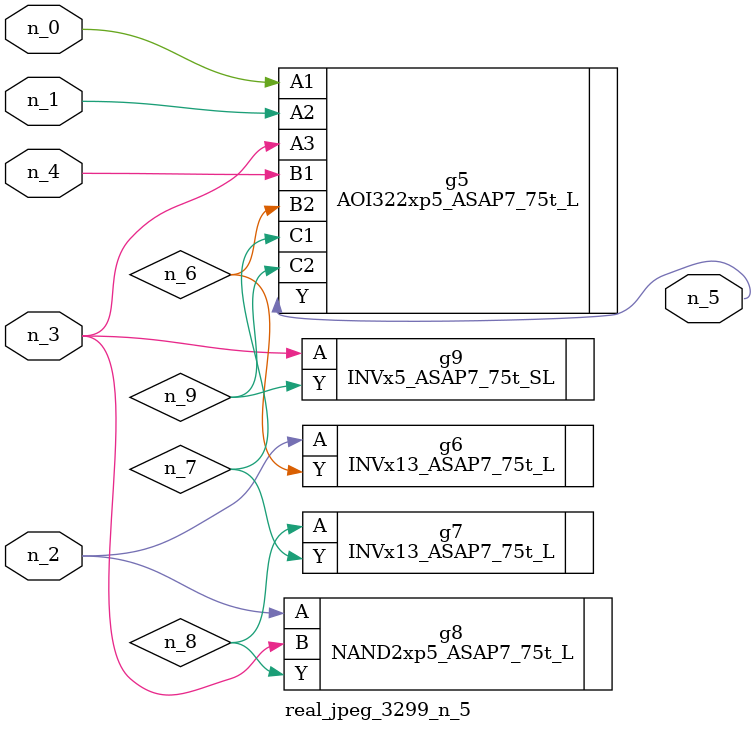
<source format=v>
module real_jpeg_3299_n_5 (n_4, n_0, n_1, n_2, n_3, n_5);

input n_4;
input n_0;
input n_1;
input n_2;
input n_3;

output n_5;

wire n_8;
wire n_6;
wire n_7;
wire n_9;

AOI322xp5_ASAP7_75t_L g5 ( 
.A1(n_0),
.A2(n_1),
.A3(n_3),
.B1(n_4),
.B2(n_6),
.C1(n_7),
.C2(n_9),
.Y(n_5)
);

INVx13_ASAP7_75t_L g6 ( 
.A(n_2),
.Y(n_6)
);

NAND2xp5_ASAP7_75t_L g8 ( 
.A(n_2),
.B(n_3),
.Y(n_8)
);

INVx5_ASAP7_75t_SL g9 ( 
.A(n_3),
.Y(n_9)
);

INVx13_ASAP7_75t_L g7 ( 
.A(n_8),
.Y(n_7)
);


endmodule
</source>
